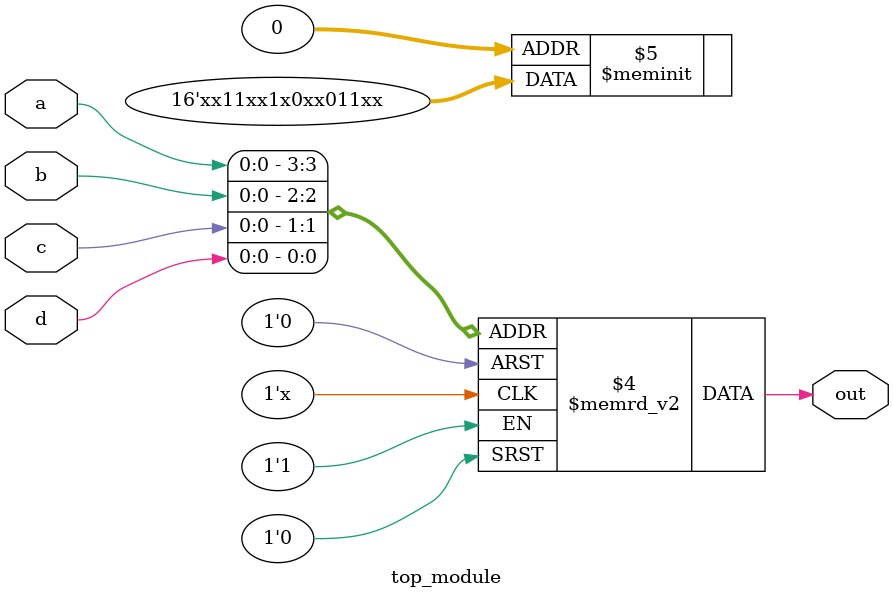
<source format=sv>
module top_module (
	 input a, 
	 input b,
	 input c,
	 input d,
	 output reg out
);
    always @(*) begin
        case ({a,b,c,d})
            4'b0000, 4'b0001, 4'b0101, 4'b0110, 4'b1000, 4'b1011, 4'b1010, 4'b1110, 4'b1111:
                out = 1'bx;
            4'b0011, 4'b0010, 4'b1110, 4'b1111, 4'b1100, 4'b1101, 4'b1001:
                out = 1;
            default:
                out = 0;
        endcase
    end
endmodule

</source>
